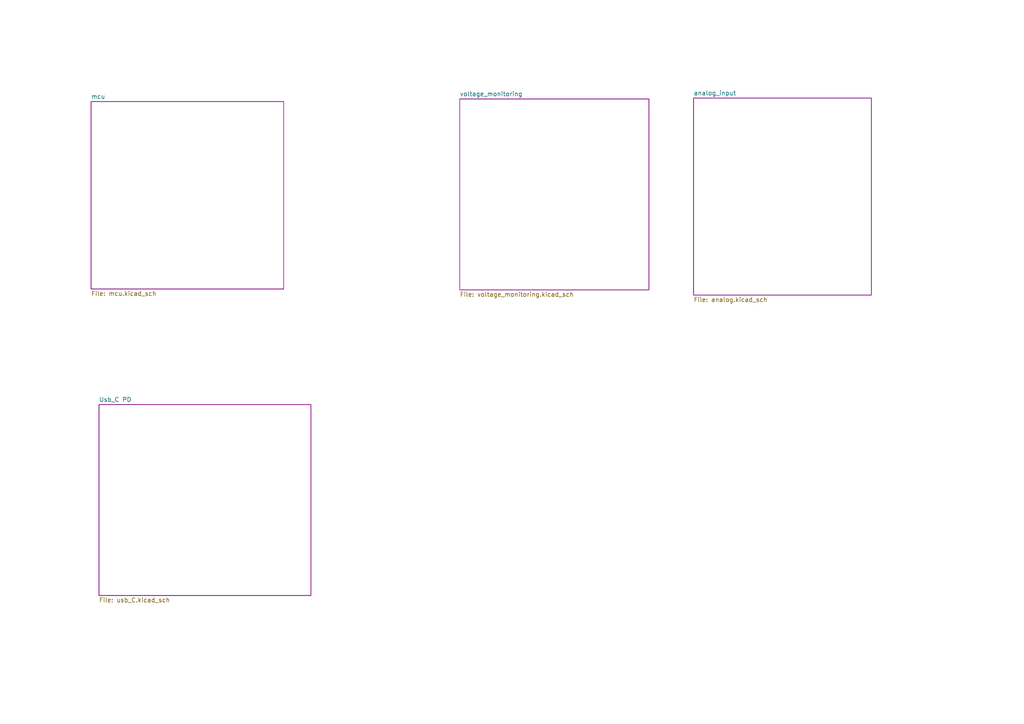
<source format=kicad_sch>
(kicad_sch
	(version 20231120)
	(generator "eeschema")
	(generator_version "8.0")
	(uuid "e63e39d7-6ac0-4ffd-8aa3-1841a4541b55")
	(paper "A4")
	(lib_symbols)
	(sheet
		(at 133.35 28.702)
		(size 54.864 55.372)
		(fields_autoplaced yes)
		(stroke
			(width 0.1524)
			(type solid)
			(color 132 0 132 1)
		)
		(fill
			(color 255 255 255 0.0000)
		)
		(uuid "4824cc17-4fe1-4945-ad51-0aeea24cae8e")
		(property "Sheetname" "voltage_monitoring"
			(at 133.35 27.9904 0)
			(effects
				(font
					(size 1.27 1.27)
				)
				(justify left bottom)
			)
		)
		(property "Sheetfile" "voltage_monitoring.kicad_sch"
			(at 133.35 84.6586 0)
			(effects
				(font
					(size 1.27 1.27)
				)
				(justify left top)
			)
		)
		(instances
			(project "controller"
				(path "/e63e39d7-6ac0-4ffd-8aa3-1841a4541b55"
					(page "3")
				)
			)
		)
	)
	(sheet
		(at 26.416 29.464)
		(size 55.88 54.356)
		(fields_autoplaced yes)
		(stroke
			(width 0.1524)
			(type solid)
			(color 132 0 132 1)
		)
		(fill
			(color 255 255 255 0.0000)
		)
		(uuid "8ac2bac7-c686-402e-9f05-089e132647d2")
		(property "Sheetname" "mcu"
			(at 26.416 28.7524 0)
			(effects
				(font
					(size 1.27 1.27)
				)
				(justify left bottom)
			)
		)
		(property "Sheetfile" "mcu.kicad_sch"
			(at 26.416 84.4046 0)
			(effects
				(font
					(size 1.27 1.27)
				)
				(justify left top)
			)
		)
		(instances
			(project "controller"
				(path "/e63e39d7-6ac0-4ffd-8aa3-1841a4541b55"
					(page "2")
				)
			)
		)
	)
	(sheet
		(at 201.168 28.448)
		(size 51.562 57.15)
		(fields_autoplaced yes)
		(stroke
			(width 0.1524)
			(type solid)
			(color 132 0 132 1)
		)
		(fill
			(color 255 255 255 0.0000)
		)
		(uuid "baba7914-ad97-4a88-860e-067bb0c199b1")
		(property "Sheetname" "analog_input"
			(at 201.168 27.7364 0)
			(effects
				(font
					(size 1.27 1.27)
				)
				(justify left bottom)
			)
		)
		(property "Sheetfile" "analog.kicad_sch"
			(at 201.168 86.1826 0)
			(effects
				(font
					(size 1.27 1.27)
				)
				(justify left top)
			)
		)
		(instances
			(project "controller"
				(path "/e63e39d7-6ac0-4ffd-8aa3-1841a4541b55"
					(page "5")
				)
			)
		)
	)
	(sheet
		(at 28.702 117.348)
		(size 61.468 55.372)
		(fields_autoplaced yes)
		(stroke
			(width 0.1524)
			(type solid)
			(color 132 0 132 1)
		)
		(fill
			(color 255 255 255 0.0000)
		)
		(uuid "fb4efd18-28c9-499c-9f48-5d7447461da3")
		(property "Sheetname" "Usb_C PD"
			(at 28.702 116.6364 0)
			(effects
				(font
					(size 1.27 1.27)
				)
				(justify left bottom)
			)
		)
		(property "Sheetfile" "usb_C.kicad_sch"
			(at 28.702 173.3046 0)
			(effects
				(font
					(size 1.27 1.27)
				)
				(justify left top)
			)
		)
		(instances
			(project "controller"
				(path "/e63e39d7-6ac0-4ffd-8aa3-1841a4541b55"
					(page "4")
				)
			)
		)
	)
	(sheet_instances
		(path "/"
			(page "1")
		)
	)
)

</source>
